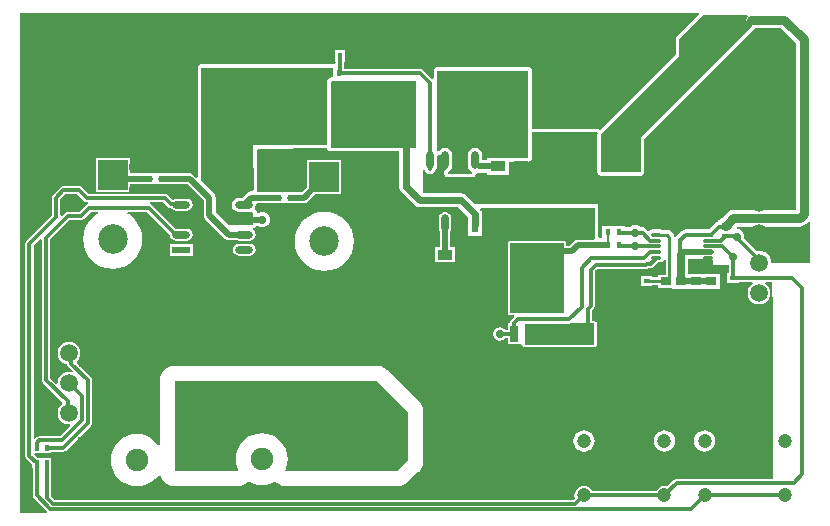
<source format=gbl>
G04*
G04 #@! TF.GenerationSoftware,Altium Limited,Altium Designer,22.4.2 (48)*
G04*
G04 Layer_Physical_Order=2*
G04 Layer_Color=16711680*
%FSLAX25Y25*%
%MOIN*%
G70*
G04*
G04 #@! TF.SameCoordinates,3CF9D964-3833-4CBE-B755-AF4B9B4EF88F*
G04*
G04*
G04 #@! TF.FilePolarity,Positive*
G04*
G01*
G75*
%ADD10C,0.00787*%
%ADD11C,0.01000*%
%ADD29C,0.01968*%
%ADD30C,0.09843*%
%ADD31R,0.09843X0.09843*%
%ADD32C,0.04724*%
%ADD33C,0.07480*%
%ADD34C,0.05906*%
%ADD35R,0.05906X0.05906*%
%ADD36C,0.02362*%
%ADD37R,0.02362X0.05984*%
%ADD38O,0.02362X0.05984*%
%ADD39C,0.02756*%
%ADD40R,0.09000X0.05500*%
%ADD41R,0.03000X0.06500*%
%ADD42R,0.03740X0.01200*%
%ADD43O,0.03740X0.01200*%
%ADD44O,0.05984X0.02362*%
%ADD45R,0.05984X0.02362*%
%ADD46R,0.09449X0.10236*%
%ADD47R,0.10236X0.09449*%
%ADD48R,0.02800X0.05400*%
%ADD49R,0.05512X0.08268*%
%ADD50R,0.02165X0.01772*%
%ADD51R,0.03543X0.02756*%
%ADD52R,0.01772X0.02165*%
%ADD53R,0.05118X0.03347*%
%ADD54R,0.01575X0.01968*%
%ADD55C,0.01181*%
%ADD56C,0.03150*%
%ADD57C,0.02362*%
%ADD58C,0.02756*%
G36*
X227940Y167714D02*
X220487Y160261D01*
X220226Y159870D01*
X220134Y159409D01*
X220134Y159409D01*
Y154247D01*
X195045Y129158D01*
X194531Y129151D01*
X194428Y129220D01*
X194340Y129307D01*
X194235Y129350D01*
X194141Y129413D01*
X194019Y129437D01*
X193904Y129483D01*
X193791Y129482D01*
X193680Y129504D01*
X172193D01*
Y148800D01*
X172101Y149261D01*
X171841Y149652D01*
X171450Y149913D01*
X170989Y150004D01*
X140589D01*
X140128Y149913D01*
X139737Y149652D01*
X139476Y149261D01*
X139385Y148800D01*
Y146298D01*
X138885Y146091D01*
X135882Y149093D01*
X135427Y149398D01*
X134889Y149505D01*
X109537D01*
Y151830D01*
X109806D01*
Y155570D01*
X106459D01*
Y151830D01*
X106727D01*
Y151195D01*
X106254Y150915D01*
X106227Y150917D01*
X105789Y151004D01*
X61889Y151004D01*
X61428Y150913D01*
X61037Y150652D01*
X60776Y150261D01*
X60685Y149800D01*
X60685Y113358D01*
X60223Y113166D01*
X59312Y114077D01*
X58726Y114469D01*
X58034Y114606D01*
X50046D01*
Y114670D01*
X46700D01*
Y114670D01*
X46503D01*
Y114670D01*
X43156D01*
Y114606D01*
X38110D01*
Y119846D01*
X26693D01*
Y108429D01*
X38110D01*
Y110994D01*
X43156D01*
Y110930D01*
X46503D01*
Y110930D01*
X46700D01*
Y110930D01*
X50046D01*
Y110994D01*
X57286D01*
X62676Y105604D01*
Y100706D01*
X62814Y100015D01*
X63205Y99429D01*
X69812Y92823D01*
X70398Y92431D01*
X71089Y92294D01*
X73638D01*
X73710Y92246D01*
X74478Y92093D01*
X78100D01*
X78868Y92246D01*
X79519Y92681D01*
X79954Y93332D01*
X80107Y94100D01*
X79954Y94868D01*
X79519Y95519D01*
X79088Y95807D01*
X79184Y96233D01*
X79231Y96313D01*
X79415Y96350D01*
X79630Y96387D01*
X79645Y96396D01*
X79662Y96399D01*
X79843Y96521D01*
X80028Y96637D01*
X80038Y96651D01*
X80052Y96660D01*
X80174Y96842D01*
X80209Y96892D01*
X80862D01*
X80898Y96865D01*
X81521Y96607D01*
X82189Y96519D01*
X82857Y96607D01*
X83479Y96865D01*
X84014Y97275D01*
X84424Y97809D01*
X84682Y98432D01*
X84770Y99100D01*
X84682Y99768D01*
X84424Y100391D01*
X84014Y100925D01*
X83479Y101335D01*
X82857Y101593D01*
X82189Y101681D01*
X81521Y101593D01*
X81013Y101383D01*
X80856Y101413D01*
X80545Y101564D01*
X80496Y101596D01*
X80492Y101618D01*
X80490Y101759D01*
X80453Y101848D01*
X80437Y101943D01*
X80362Y102062D01*
X80307Y102191D01*
X80238Y102259D01*
X80186Y102341D01*
X80072Y102422D01*
X79971Y102520D01*
X79879Y102581D01*
X79780Y103071D01*
X79954Y103332D01*
X80107Y104100D01*
X80086Y104207D01*
X80403Y104594D01*
X86210D01*
Y104530D01*
X89556D01*
Y104530D01*
X89753D01*
Y104530D01*
X93100D01*
Y104594D01*
X96089D01*
X96780Y104731D01*
X97366Y105123D01*
X99964Y107720D01*
X108622D01*
Y119138D01*
X97205D01*
Y110070D01*
X95341Y108206D01*
X93100D01*
Y108270D01*
X89753D01*
Y108270D01*
X89556D01*
Y108270D01*
X86210D01*
Y108206D01*
X80859D01*
X80771Y108273D01*
X80498Y108706D01*
X80504Y108740D01*
X80548Y108969D01*
X80548Y108972D01*
X80548Y108975D01*
X80420Y122351D01*
X80770Y122707D01*
X103894Y122881D01*
X103934Y122855D01*
X103977Y122639D01*
X104237Y122248D01*
X104628Y121987D01*
X105089Y121896D01*
X127881Y121896D01*
Y110047D01*
X128064Y109125D01*
X128586Y108344D01*
X133029Y103901D01*
X133810Y103378D01*
X134732Y103195D01*
X147488D01*
X150780Y99902D01*
Y97440D01*
X150827Y97207D01*
Y93767D01*
X155551D01*
Y97207D01*
X155597Y97440D01*
Y100900D01*
X155551Y101133D01*
Y102113D01*
X155242D01*
X154969Y102509D01*
X155136Y102996D01*
X193085Y102996D01*
X193085Y93417D01*
X193129Y93195D01*
X193162Y93016D01*
X193148Y92915D01*
X192869Y92516D01*
X187498D01*
X186807Y92378D01*
X186221Y91987D01*
X184715Y90481D01*
X183492D01*
Y91303D01*
X183431Y91610D01*
X183257Y91870D01*
X182996Y92045D01*
X182689Y92106D01*
X165030D01*
X164723Y92045D01*
X164463Y91870D01*
X164463Y91870D01*
X164289Y91610D01*
X164247Y91510D01*
X164186Y91203D01*
Y86387D01*
X164102D01*
Y85678D01*
X164086Y85600D01*
Y68100D01*
X164147Y67793D01*
X164321Y67532D01*
X164582Y67358D01*
X164889Y67297D01*
X166210D01*
X166297Y67175D01*
X166399Y66797D01*
X165296Y65693D01*
X164991Y65238D01*
X164884Y64700D01*
Y64587D01*
X164102D01*
Y62429D01*
X163122D01*
X163018Y62585D01*
X162302Y63063D01*
X161457Y63231D01*
X160612Y63063D01*
X159896Y62585D01*
X159417Y61869D01*
X159249Y61024D01*
X159417Y60179D01*
X159896Y59462D01*
X160612Y58984D01*
X161457Y58816D01*
X162302Y58984D01*
X163018Y59462D01*
X163122Y59619D01*
X164102D01*
Y57613D01*
X168476D01*
Y57613D01*
X168900Y57429D01*
X168947Y57193D01*
X169121Y56932D01*
X169382Y56758D01*
X169689Y56697D01*
X192976Y56697D01*
X193284Y56758D01*
X193544Y56932D01*
X193718Y57193D01*
X193779Y57500D01*
X193779Y64587D01*
X193718Y64895D01*
X193544Y65155D01*
X193284Y65329D01*
X192976Y65390D01*
X192094D01*
Y68634D01*
X192673Y69214D01*
X192978Y69670D01*
X193085Y70207D01*
Y81727D01*
X193923Y82565D01*
X210051D01*
X210589Y82672D01*
X211005Y82950D01*
X211740D01*
X212278Y83057D01*
X212734Y83362D01*
X214230Y84858D01*
X214928D01*
X215469Y84965D01*
X215928Y85272D01*
X216176Y85644D01*
X216589Y85594D01*
X216676Y85561D01*
Y80731D01*
X214299D01*
Y79894D01*
X212328D01*
Y80254D01*
X208588D01*
Y76908D01*
X212328D01*
Y77268D01*
X214299D01*
Y76400D01*
X218736D01*
Y76006D01*
X221521D01*
X221689Y75984D01*
X221857Y76006D01*
X234742D01*
Y81124D01*
X224270D01*
Y86033D01*
X231975D01*
X232002Y86039D01*
X232389Y85721D01*
Y84000D01*
X237784D01*
Y81345D01*
X237319D01*
Y77998D01*
X241059D01*
Y78267D01*
X245549D01*
X245719Y77767D01*
X245130Y77315D01*
X244531Y76534D01*
X244154Y75624D01*
X244025Y74647D01*
X244154Y73671D01*
X244531Y72761D01*
X245130Y71980D01*
X245911Y71380D01*
X246821Y71003D01*
X247798Y70875D01*
X248774Y71003D01*
X249684Y71380D01*
X250465Y71980D01*
X251065Y72761D01*
X251442Y73671D01*
X251570Y74647D01*
X251442Y75624D01*
X251065Y76534D01*
X250465Y77315D01*
X249876Y77767D01*
X250046Y78267D01*
X252263D01*
X252389Y68500D01*
Y12805D01*
X220429D01*
X219892Y12698D01*
X219436Y12393D01*
X217280Y10238D01*
X217097Y10314D01*
X216275Y10422D01*
X215453Y10314D01*
X214686Y9996D01*
X214029Y9492D01*
X213524Y8834D01*
X213448Y8650D01*
X192330D01*
X192254Y8834D01*
X191750Y9492D01*
X191092Y9996D01*
X190325Y10314D01*
X189503Y10422D01*
X188681Y10314D01*
X187915Y9996D01*
X187257Y9492D01*
X186752Y8834D01*
X186435Y8067D01*
X186326Y7245D01*
X186435Y6423D01*
X186511Y6240D01*
X185922Y5651D01*
X13130D01*
X11794Y6987D01*
Y16269D01*
X11964D01*
Y19813D01*
X8814D01*
Y19813D01*
X8664D01*
Y19813D01*
X7304D01*
X6229Y20887D01*
X6436Y21387D01*
X8314D01*
X8664Y21387D01*
Y21387D01*
X8814D01*
Y21387D01*
X11964D01*
Y21754D01*
X15797D01*
X16334Y21861D01*
X16790Y22166D01*
X25090Y30466D01*
X25395Y30921D01*
X25502Y31459D01*
Y45667D01*
X25395Y46205D01*
X25090Y46660D01*
X20340Y51410D01*
X20373Y51909D01*
X20465Y51980D01*
X21065Y52761D01*
X21441Y53671D01*
X21570Y54647D01*
X21441Y55624D01*
X21065Y56533D01*
X20465Y57315D01*
X19684Y57914D01*
X18774Y58291D01*
X17798Y58420D01*
X16821Y58291D01*
X15911Y57914D01*
X15130Y57315D01*
X14531Y56533D01*
X14154Y55624D01*
X14025Y54647D01*
X14154Y53671D01*
X14531Y52761D01*
X15130Y51980D01*
X15911Y51380D01*
X16821Y51003D01*
X17252Y50947D01*
X17319Y50609D01*
X17623Y50154D01*
X19065Y48712D01*
X18782Y48288D01*
X18774Y48291D01*
X17798Y48420D01*
X16821Y48291D01*
X15911Y47914D01*
X15130Y47315D01*
X14531Y46533D01*
X14154Y45624D01*
X14025Y44647D01*
X14034Y44581D01*
X13586Y44360D01*
X11520Y46426D01*
Y92507D01*
X17924Y98912D01*
X21736D01*
X22274Y99019D01*
X22730Y99323D01*
X25073Y101666D01*
X27384D01*
X27505Y101181D01*
X26907Y100861D01*
X25408Y99631D01*
X24178Y98132D01*
X23264Y96423D01*
X22702Y94567D01*
X22511Y92638D01*
X22702Y90708D01*
X23264Y88853D01*
X24178Y87143D01*
X25408Y85644D01*
X26907Y84414D01*
X28617Y83500D01*
X30472Y82938D01*
X32402Y82748D01*
X34331Y82938D01*
X36186Y83500D01*
X37896Y84414D01*
X39395Y85644D01*
X40625Y87143D01*
X41539Y88853D01*
X42102Y90708D01*
X42292Y92638D01*
X42102Y94567D01*
X41539Y96423D01*
X40625Y98132D01*
X39395Y99631D01*
X37896Y100861D01*
X37298Y101181D01*
X37420Y101666D01*
X43925D01*
X51474Y94117D01*
X51471Y94100D01*
X51624Y93332D01*
X52059Y92681D01*
X52710Y92246D01*
X53478Y92093D01*
X57100D01*
X57868Y92246D01*
X58519Y92681D01*
X58954Y93332D01*
X59107Y94100D01*
X58954Y94868D01*
X58519Y95519D01*
X57868Y95954D01*
X57100Y96107D01*
X53478D01*
X53461Y96104D01*
X45500Y104064D01*
X45045Y104369D01*
X44787Y104420D01*
X44836Y104920D01*
X49264D01*
X49485Y104700D01*
X49544Y104610D01*
X50859Y103295D01*
X51315Y102990D01*
X51853Y102884D01*
X51923D01*
X52059Y102681D01*
X52710Y102246D01*
X53478Y102093D01*
X57100D01*
X57868Y102246D01*
X58519Y102681D01*
X58954Y103332D01*
X59107Y104100D01*
X58954Y104868D01*
X58519Y105519D01*
X57868Y105954D01*
X57100Y106107D01*
X53478D01*
X52710Y105954D01*
X52389Y105740D01*
X51591Y106537D01*
X51531Y106627D01*
X50839Y107319D01*
X50384Y107623D01*
X49846Y107730D01*
X24409D01*
X22167Y109971D01*
X21712Y110276D01*
X21174Y110383D01*
X16004D01*
X15466Y110276D01*
X15010Y109971D01*
X12473Y107434D01*
X12169Y106979D01*
X12062Y106441D01*
Y100487D01*
X3652Y92077D01*
X3348Y91621D01*
X3241Y91084D01*
Y20484D01*
X3348Y19947D01*
X3652Y19491D01*
X5514Y17629D01*
Y16269D01*
X5684D01*
Y7200D01*
X5791Y6662D01*
X6095Y6207D01*
X10608Y1695D01*
X10604Y1622D01*
X10447Y1194D01*
X1431D01*
X1431Y168176D01*
X227748D01*
X227940Y167714D01*
D02*
G37*
G36*
X133389Y145400D02*
X133389Y123100D01*
X105089Y123100D01*
X105089Y145046D01*
X105443Y145400D01*
X133389Y145400D01*
D02*
G37*
G36*
X170989Y119708D02*
X164649D01*
Y119708D01*
X164629D01*
Y119708D01*
X157149D01*
Y119061D01*
X155597D01*
Y120751D01*
X155414Y121673D01*
X154892Y122454D01*
X154111Y122976D01*
X153189Y123160D01*
X152267Y122976D01*
X151486Y122454D01*
X150964Y121673D01*
X150780Y120751D01*
Y117129D01*
X150964Y116207D01*
X151486Y115426D01*
X152267Y114904D01*
X152287Y114900D01*
X152238Y114400D01*
X144140D01*
X144091Y114900D01*
X144111Y114904D01*
X144892Y115426D01*
X145414Y116207D01*
X145598Y117129D01*
Y120751D01*
X145414Y121673D01*
X144892Y122454D01*
X144111Y122976D01*
X143189Y123160D01*
X142267Y122976D01*
X141486Y122454D01*
X141089Y121860D01*
X140589Y122012D01*
Y148800D01*
X170989D01*
Y119708D01*
D02*
G37*
G36*
X243917Y167441D02*
X244062Y167064D01*
X244087Y166941D01*
X243753Y166441D01*
X243631Y165827D01*
X243753Y165212D01*
X244101Y164691D01*
X244622Y164343D01*
X245236Y164221D01*
X245339D01*
X245531Y163759D01*
X208346Y126575D01*
X208347Y114995D01*
X195184D01*
Y127593D01*
X221339Y153748D01*
Y159409D01*
X229370Y167441D01*
X243917Y167441D01*
D02*
G37*
G36*
X260055Y158140D02*
Y102386D01*
X239320D01*
X238601Y102291D01*
X237931Y102014D01*
X237355Y101572D01*
X235474Y99691D01*
X235199Y99577D01*
X234627Y99139D01*
X234325D01*
Y98747D01*
X234182Y98560D01*
X234083Y98321D01*
X233717Y98248D01*
X233131Y97857D01*
X231227Y95953D01*
X223438D01*
X222746Y95815D01*
X222160Y95424D01*
X220337Y93600D01*
X220191Y93382D01*
X220109Y93377D01*
X219673Y93506D01*
X219572Y94009D01*
X219201Y94565D01*
X218489Y95277D01*
X217933Y95649D01*
X217277Y95779D01*
X215690D01*
X215623Y95824D01*
X214928Y95962D01*
X212388D01*
X211693Y95824D01*
X211104Y95430D01*
X210984Y95419D01*
X210316Y96087D01*
X209730Y96478D01*
X209039Y96616D01*
X208375D01*
X208361Y96634D01*
X207826Y97045D01*
X207204Y97303D01*
X206535Y97390D01*
X205867Y97303D01*
X205245Y97045D01*
X204710Y96634D01*
X204696Y96616D01*
X203212D01*
Y97158D01*
X195535D01*
Y92949D01*
X195466D01*
Y92917D01*
X194776D01*
X194289Y93417D01*
X194289Y104200D01*
X153295Y104200D01*
X150189Y107307D01*
X149407Y107829D01*
X148485Y108012D01*
X135730D01*
X135689Y108053D01*
X135689Y113196D01*
X135689Y115719D01*
X136189Y115871D01*
X136486Y115426D01*
X136527Y115399D01*
X136912Y114823D01*
X137498Y114431D01*
X138189Y114294D01*
X138880Y114431D01*
X139466Y114823D01*
X139851Y115399D01*
X139892Y115426D01*
X140414Y116207D01*
X140597Y117129D01*
Y120250D01*
X140644Y120327D01*
X140985Y120638D01*
X141097Y120673D01*
X141207Y120662D01*
X141264Y120679D01*
X141324D01*
X141487Y120747D01*
X141657Y120798D01*
X141703Y120836D01*
X141758Y120859D01*
X141883Y120984D01*
X142020Y121096D01*
X142048Y121149D01*
X142090Y121191D01*
X142354Y121586D01*
X142737Y121842D01*
X143189Y121932D01*
X143641Y121842D01*
X144024Y121586D01*
X144280Y121203D01*
X144393Y120633D01*
Y117248D01*
X144280Y116677D01*
X144024Y116294D01*
X143530Y115964D01*
X143523Y115962D01*
X143507Y115949D01*
X143458Y115917D01*
X143421Y115901D01*
X143297Y115776D01*
X143160Y115664D01*
X143131Y115611D01*
X143089Y115569D01*
X143022Y115405D01*
X142938Y115250D01*
X142932Y115190D01*
X142910Y115135D01*
X142910Y114958D01*
X142892Y114782D01*
X142941Y114282D01*
X142993Y114113D01*
X143027Y113939D01*
X143061Y113890D01*
X143078Y113832D01*
X143190Y113696D01*
X143288Y113549D01*
X143338Y113515D01*
X143376Y113469D01*
X143532Y113386D01*
X143679Y113287D01*
X143738Y113276D01*
X143790Y113248D01*
X143966Y113230D01*
X144140Y113196D01*
X152238D01*
X152412Y113230D01*
X152588Y113248D01*
X152640Y113276D01*
X152699Y113287D01*
X152846Y113386D01*
X153002Y113469D01*
X153040Y113515D01*
X153090Y113549D01*
X153188Y113696D01*
X153300Y113832D01*
X153317Y113890D01*
X153351Y113939D01*
X153385Y114113D01*
X153437Y114282D01*
X153447Y114391D01*
X153471Y114433D01*
X153975Y114757D01*
X154535Y114646D01*
X157149D01*
Y113999D01*
X164629D01*
Y118029D01*
X164649Y118504D01*
X170989D01*
X171450Y118595D01*
X171841Y118856D01*
X172101Y119247D01*
X172193Y119708D01*
Y128300D01*
X193680D01*
X194020Y127800D01*
X193979Y127593D01*
X193979Y127593D01*
Y114995D01*
X194071Y114534D01*
X194332Y114143D01*
X194723Y113882D01*
X195184Y113790D01*
X208347D01*
X208807Y113882D01*
X209198Y114143D01*
X209459Y114534D01*
X209551Y114995D01*
X209551Y126076D01*
X246382Y162908D01*
X246476Y163047D01*
X255148D01*
X260055Y158140D01*
D02*
G37*
G36*
X22833Y105332D02*
X23289Y105027D01*
X23827Y104920D01*
X24162D01*
X24211Y104420D01*
X23953Y104369D01*
X23497Y104064D01*
X21154Y101722D01*
X17342D01*
X16805Y101614D01*
X16349Y101310D01*
X15372Y100333D01*
X14872Y100540D01*
Y105859D01*
X16586Y107573D01*
X20592D01*
X22833Y105332D01*
D02*
G37*
G36*
X105789Y149800D02*
X105789Y146951D01*
X105444Y146605D01*
X105443Y146604D01*
X104982Y146513D01*
X104591Y146252D01*
X104237Y145898D01*
X103976Y145507D01*
X103885Y145046D01*
X103885Y145046D01*
X103885Y124086D01*
X79201Y123900D01*
X79344Y108963D01*
X78992Y108608D01*
X78589D01*
X77744Y108440D01*
X77028Y107961D01*
X75575Y106509D01*
X74478D01*
X73556Y106325D01*
X72775Y105803D01*
X72253Y105022D01*
X72070Y104100D01*
X72253Y103178D01*
X72775Y102397D01*
X73556Y101875D01*
X74478Y101691D01*
X78100D01*
X78820Y101835D01*
X79312Y101513D01*
X79201Y97512D01*
X70800D01*
X66690Y101621D01*
Y106352D01*
X66522Y107197D01*
X66044Y107913D01*
X61889Y112068D01*
X61889Y149800D01*
X105789Y149800D01*
D02*
G37*
G36*
X264979Y98451D02*
Y84600D01*
X252009D01*
X251967Y84647D01*
X251825Y85726D01*
X251409Y86732D01*
X250746Y87595D01*
X249882Y88258D01*
X248877Y88675D01*
X247798Y88817D01*
X247176Y88735D01*
X242905Y93006D01*
X242970Y93500D01*
X242882Y94168D01*
X242624Y94791D01*
X242214Y95325D01*
X241680Y95735D01*
X241057Y95993D01*
X240573Y96057D01*
X240361Y96536D01*
X240592Y96827D01*
X261496D01*
X262215Y96921D01*
X262886Y97199D01*
X263462Y97641D01*
X264479Y98658D01*
X264979Y98451D01*
D02*
G37*
G36*
X182689Y78267D02*
Y68100D01*
X164889D01*
Y85600D01*
X164989D01*
Y91203D01*
X165030Y91303D01*
X182689D01*
Y78267D01*
D02*
G37*
G36*
X192976Y57500D02*
X169689Y57500D01*
Y64495D01*
X184589D01*
X185053Y64587D01*
X192976D01*
X192976Y57500D01*
D02*
G37*
G36*
X8710Y92454D02*
Y45844D01*
X8817Y45306D01*
X9121Y44850D01*
X15650Y38322D01*
X15594Y37671D01*
X15130Y37315D01*
X14531Y36533D01*
X14154Y35624D01*
X14025Y34647D01*
X14154Y33671D01*
X14531Y32761D01*
X15130Y31980D01*
X15911Y31380D01*
X16821Y31003D01*
X17798Y30875D01*
X18071Y30911D01*
X18304Y30437D01*
X14795Y26928D01*
X7978D01*
X7440Y26822D01*
X6984Y26517D01*
X6551Y26083D01*
X6051Y26290D01*
Y90502D01*
X8210Y92661D01*
X8710Y92454D01*
D02*
G37*
%LPC*%
G36*
X59069Y91069D02*
X51509D01*
Y87132D01*
X59069D01*
Y91069D01*
D02*
G37*
G36*
X78100Y91107D02*
X74478D01*
X73710Y90954D01*
X73059Y90519D01*
X72624Y89868D01*
X72471Y89100D01*
X72624Y88332D01*
X73059Y87681D01*
X73710Y87246D01*
X74478Y87093D01*
X78100D01*
X78868Y87246D01*
X79519Y87681D01*
X79954Y88332D01*
X80107Y89100D01*
X79954Y89868D01*
X79519Y90519D01*
X78868Y90954D01*
X78100Y91107D01*
D02*
G37*
G36*
X143189Y101758D02*
X142421Y101605D01*
X141770Y101170D01*
X141335Y100519D01*
X141182Y99751D01*
Y96129D01*
X141335Y95361D01*
X141376Y95299D01*
Y89961D01*
X139836D01*
Y85039D01*
X146529D01*
Y89961D01*
X144989D01*
Y95280D01*
X145043Y95361D01*
X145196Y96129D01*
Y99751D01*
X145043Y100519D01*
X144608Y101170D01*
X143957Y101605D01*
X143189Y101758D01*
D02*
G37*
G36*
X102913Y101819D02*
X100984Y101629D01*
X99129Y101066D01*
X97419Y100153D01*
X95920Y98922D01*
X94690Y97424D01*
X93776Y95714D01*
X93213Y93859D01*
X93023Y91929D01*
X93213Y90000D01*
X93776Y88144D01*
X94690Y86435D01*
X95920Y84936D01*
X97419Y83706D01*
X99129Y82792D01*
X100984Y82229D01*
X102913Y82039D01*
X104843Y82229D01*
X106698Y82792D01*
X108408Y83706D01*
X109907Y84936D01*
X111137Y86435D01*
X112051Y88144D01*
X112613Y90000D01*
X112803Y91929D01*
X112613Y93859D01*
X112051Y95714D01*
X111137Y97424D01*
X109907Y98922D01*
X108408Y100153D01*
X106698Y101066D01*
X104843Y101629D01*
X102913Y101819D01*
D02*
G37*
G36*
X120489Y50464D02*
X53089Y50464D01*
X51804Y50295D01*
X50607Y49799D01*
X49579Y49010D01*
X48790Y47982D01*
X48294Y46785D01*
X48125Y45500D01*
X48125Y24109D01*
X47625Y23958D01*
X46643Y25154D01*
X45324Y26237D01*
X43820Y27041D01*
X42187Y27536D01*
X40489Y27703D01*
X38791Y27536D01*
X37158Y27041D01*
X35654Y26237D01*
X34335Y25154D01*
X33252Y23835D01*
X32448Y22331D01*
X31953Y20698D01*
X31786Y19000D01*
X31953Y17302D01*
X32448Y15669D01*
X33252Y14165D01*
X34335Y12846D01*
X35654Y11763D01*
X37158Y10959D01*
X38791Y10464D01*
X40489Y10297D01*
X42187Y10464D01*
X43820Y10959D01*
X45324Y11763D01*
X46643Y12846D01*
X47725Y14165D01*
X47762Y14232D01*
X48278Y14138D01*
X48294Y14017D01*
X48294Y14017D01*
X48294Y14017D01*
X48543Y13417D01*
X48790Y12820D01*
X48790Y12820D01*
X48790Y12820D01*
X49160Y12338D01*
X49579Y11792D01*
X49579Y11792D01*
X49579Y11792D01*
X50125Y11373D01*
X50607Y11003D01*
X50607Y11003D01*
X50607Y11003D01*
X51204Y10756D01*
X51804Y10507D01*
X51804Y10507D01*
X51804Y10507D01*
X52423Y10425D01*
X53088Y10338D01*
X60076Y10337D01*
X60489Y10297D01*
X60901Y10337D01*
X73919Y10336D01*
X74522Y10416D01*
X75125Y10485D01*
X75164Y10500D01*
X75204Y10505D01*
X75765Y10738D01*
X76331Y10961D01*
X76363Y10986D01*
X76401Y11001D01*
X76883Y11371D01*
X77372Y11733D01*
X77397Y11765D01*
X77429Y11790D01*
X77527Y11917D01*
X78758Y11259D01*
X80391Y10764D01*
X82089Y10597D01*
X83787Y10764D01*
X85420Y11259D01*
X86650Y11917D01*
X86748Y11789D01*
X86780Y11764D01*
X86806Y11732D01*
X87294Y11370D01*
X87775Y11000D01*
X87813Y10985D01*
X87846Y10960D01*
X88411Y10737D01*
X88973Y10504D01*
X89013Y10499D01*
X89051Y10484D01*
X89655Y10414D01*
X90257Y10335D01*
X127318Y10333D01*
X127849Y10402D01*
X128383Y10448D01*
X128490Y10487D01*
X128602Y10502D01*
X129098Y10707D01*
X129602Y10889D01*
X129695Y10954D01*
X129799Y10997D01*
X130225Y11324D01*
X130665Y11631D01*
X134236Y14891D01*
X134309Y14978D01*
X134399Y15047D01*
X134725Y15472D01*
X135071Y15882D01*
X135119Y15985D01*
X135188Y16075D01*
X135393Y16570D01*
X135620Y17055D01*
X135640Y17167D01*
X135684Y17272D01*
X135754Y17803D01*
X135848Y18331D01*
X135838Y18444D01*
X135853Y18557D01*
Y35100D01*
X135853Y35100D01*
X135684Y36385D01*
X135188Y37582D01*
X134399Y38610D01*
X134399Y38610D01*
X123999Y49010D01*
X123999Y49010D01*
X122971Y49799D01*
X121774Y50295D01*
X120489Y50464D01*
D02*
G37*
G36*
X216275Y28929D02*
X215350Y28808D01*
X214488Y28451D01*
X213748Y27883D01*
X213180Y27142D01*
X212823Y26281D01*
X212701Y25355D01*
X212823Y24430D01*
X213180Y23569D01*
X213748Y22828D01*
X214488Y22260D01*
X215350Y21903D01*
X216275Y21782D01*
X217200Y21903D01*
X218062Y22260D01*
X218802Y22828D01*
X219370Y23569D01*
X219727Y24430D01*
X219849Y25355D01*
X219727Y26281D01*
X219370Y27142D01*
X218802Y27883D01*
X218062Y28451D01*
X217200Y28808D01*
X216275Y28929D01*
D02*
G37*
G36*
X189503D02*
X188578Y28808D01*
X187716Y28451D01*
X186976Y27883D01*
X186408Y27142D01*
X186051Y26281D01*
X185929Y25355D01*
X186051Y24430D01*
X186408Y23569D01*
X186976Y22828D01*
X187716Y22260D01*
X188578Y21903D01*
X189503Y21782D01*
X190428Y21903D01*
X191290Y22260D01*
X192030Y22828D01*
X192598Y23569D01*
X192955Y24430D01*
X193077Y25355D01*
X192955Y26281D01*
X192598Y27142D01*
X192030Y27883D01*
X191290Y28451D01*
X190428Y28808D01*
X189503Y28929D01*
D02*
G37*
G36*
X229703Y28929D02*
X228778Y28807D01*
X227916Y28450D01*
X227176Y27882D01*
X226608Y27142D01*
X226251Y26280D01*
X226129Y25355D01*
X226251Y24430D01*
X226608Y23568D01*
X227176Y22828D01*
X227916Y22260D01*
X228778Y21903D01*
X229703Y21781D01*
X230628Y21903D01*
X231490Y22260D01*
X232230Y22828D01*
X232798Y23568D01*
X233155Y24430D01*
X233277Y25355D01*
X233155Y26280D01*
X232798Y27142D01*
X232230Y27882D01*
X231490Y28450D01*
X230628Y28807D01*
X229703Y28929D01*
D02*
G37*
%LPD*%
G36*
X130889Y35100D02*
Y18557D01*
X127318Y15296D01*
X90258Y15299D01*
X90001Y15728D01*
X90130Y15969D01*
X90625Y17602D01*
X90792Y19300D01*
X90625Y20998D01*
X90130Y22631D01*
X89325Y24135D01*
X88243Y25454D01*
X86924Y26537D01*
X85420Y27341D01*
X83787Y27836D01*
X82089Y28003D01*
X80391Y27836D01*
X78758Y27341D01*
X77254Y26537D01*
X75935Y25454D01*
X74852Y24135D01*
X74048Y22631D01*
X73553Y20998D01*
X73386Y19300D01*
X73553Y17602D01*
X74048Y15969D01*
X74177Y15729D01*
X73920Y15300D01*
X53089Y15302D01*
X53089Y45500D01*
X120489Y45500D01*
X130889Y35100D01*
D02*
G37*
D10*
X221614Y87575D02*
X221689Y87500D01*
X197262Y90709D02*
X197602Y91049D01*
Y94894D01*
D11*
X217277Y94065D02*
X217989Y93353D01*
Y79697D02*
Y93353D01*
X216858Y78565D02*
X217989Y79697D01*
X17798Y94647D02*
X20036D01*
X153189Y118200D02*
X154535Y116853D01*
X213739Y94065D02*
X217277D01*
X216842Y78581D02*
X216858Y78565D01*
X210458Y78581D02*
X216842D01*
X213658Y94146D02*
X213739Y94065D01*
D29*
X230705Y88241D02*
X231975D01*
X222430D02*
X230705D01*
X58034Y112800D02*
X64483Y106352D01*
X48373Y112800D02*
X58034D01*
X31089D02*
X44829D01*
X221689Y87500D02*
X222430Y88241D01*
X187498Y90709D02*
X197262D01*
X76289Y99100D02*
X82189D01*
X185464Y88675D02*
X187498Y90709D01*
X178789Y88675D02*
X185464D01*
X226689Y78565D02*
X231789D01*
X221689D02*
X226689D01*
X154535Y116853D02*
X160889D01*
X143183Y87500D02*
Y98594D01*
X96089Y106400D02*
X101589Y111900D01*
X91427Y106400D02*
X96089D01*
X76289Y104100D02*
X78589Y106400D01*
X87883D01*
X30589Y114009D02*
X31089Y113509D01*
X64483Y100706D02*
Y106352D01*
Y100706D02*
X71089Y94100D01*
X76289D01*
D30*
X32402Y92638D02*
D03*
Y71138D02*
D03*
X102913Y91929D02*
D03*
Y70429D02*
D03*
D31*
X32402Y114138D02*
D03*
X102913Y113429D02*
D03*
D32*
X216275Y7245D02*
D03*
Y25355D02*
D03*
X189503D02*
D03*
Y7245D02*
D03*
X256475Y7245D02*
D03*
Y25355D02*
D03*
X229703D02*
D03*
Y7245D02*
D03*
D33*
X145889Y19300D02*
D03*
X125889D02*
D03*
X60489Y19000D02*
D03*
X40489D02*
D03*
X102089Y19300D02*
D03*
X82089D02*
D03*
D34*
X247798Y34647D02*
D03*
Y44647D02*
D03*
Y54647D02*
D03*
Y64647D02*
D03*
Y74647D02*
D03*
Y84647D02*
D03*
Y94647D02*
D03*
Y104647D02*
D03*
Y114647D02*
D03*
Y124647D02*
D03*
Y134647D02*
D03*
X17798Y34647D02*
D03*
Y44647D02*
D03*
Y54647D02*
D03*
Y64647D02*
D03*
Y74647D02*
D03*
Y84647D02*
D03*
Y94647D02*
D03*
Y104647D02*
D03*
Y114647D02*
D03*
Y124647D02*
D03*
Y134647D02*
D03*
D35*
X247798Y144647D02*
D03*
X17798D02*
D03*
D36*
X176289Y88675D02*
D03*
X173789D02*
D03*
X171189D02*
D03*
X168789D02*
D03*
X162743Y81411D02*
D03*
X160774Y85348D02*
D03*
X194320Y81330D02*
D03*
X12674Y85348D02*
D03*
X7556Y45978D02*
D03*
Y69600D02*
D03*
Y78647D02*
D03*
Y57789D02*
D03*
Y53852D02*
D03*
Y49915D02*
D03*
X12674Y80216D02*
D03*
X23890Y109881D02*
D03*
X24568Y109203D02*
D03*
X38727Y108970D02*
D03*
X42664D02*
D03*
X46601D02*
D03*
X54475D02*
D03*
X50538D02*
D03*
X3230Y93287D02*
D03*
X10908Y101096D02*
D03*
Y101096D02*
D03*
Y105033D02*
D03*
X13741Y110334D02*
D03*
X17074Y89285D02*
D03*
X26842Y77043D02*
D03*
X22979Y81965D02*
D03*
X13137Y89285D02*
D03*
X9200Y42041D02*
D03*
X13980Y73537D02*
D03*
Y65663D02*
D03*
Y49915D02*
D03*
X15105Y69600D02*
D03*
X30853Y77047D02*
D03*
X22712Y70025D02*
D03*
X23937Y73537D02*
D03*
X19042Y69600D02*
D03*
X7231Y53852D02*
D03*
X23521Y61184D02*
D03*
X21780Y25523D02*
D03*
X19042Y22356D02*
D03*
X15105Y30230D02*
D03*
X11420D02*
D03*
X15105Y20600D02*
D03*
X22239Y51144D02*
D03*
X198176Y81411D02*
D03*
X208018Y61726D02*
D03*
X188333Y140466D02*
D03*
Y101096D02*
D03*
X158806Y81411D02*
D03*
Y42041D02*
D03*
X148963Y61726D02*
D03*
X139120Y42041D02*
D03*
X129278Y101096D02*
D03*
X119436Y81411D02*
D03*
X99750Y120781D02*
D03*
X50538Y140466D02*
D03*
X40695Y120781D02*
D03*
X30853Y140466D02*
D03*
X21010Y120781D02*
D03*
X11168Y140466D02*
D03*
X152900Y164088D02*
D03*
X103688Y120781D02*
D03*
X9200Y136529D02*
D03*
X11168Y140466D02*
D03*
X129278Y69600D02*
D03*
X188333Y132592D02*
D03*
X38727Y164088D02*
D03*
X15105Y14482D02*
D03*
X44633Y160152D02*
D03*
X66286Y6608D02*
D03*
Y93222D02*
D03*
X78097Y6608D02*
D03*
X89908D02*
D03*
X152900Y85348D02*
D03*
X143058Y42041D02*
D03*
X19042Y164088D02*
D03*
X158806Y160152D02*
D03*
X176523Y132592D02*
D03*
X229672Y57789D02*
D03*
X145026Y69600D02*
D03*
X135184Y97159D02*
D03*
X204082Y69600D02*
D03*
X237546Y18419D02*
D03*
X52507Y152278D02*
D03*
X137152Y156214D02*
D03*
X141089Y61726D02*
D03*
X143058Y73537D02*
D03*
X150932Y34167D02*
D03*
X24948Y160152D02*
D03*
X170617Y42041D02*
D03*
X141089Y38104D02*
D03*
X174554Y144404D02*
D03*
X188333Y156214D02*
D03*
X198176Y73537D02*
D03*
X115499Y89285D02*
D03*
X139121Y42041D02*
D03*
X143058Y57789D02*
D03*
X180459Y132592D02*
D03*
X143058Y49915D02*
D03*
X115499Y112907D02*
D03*
X19042Y6608D02*
D03*
X89908Y164088D02*
D03*
X154869Y89285D02*
D03*
X213924Y18419D02*
D03*
X62349Y164088D02*
D03*
X13137Y10545D02*
D03*
X56444Y136529D02*
D03*
X97782Y164088D02*
D03*
X162743Y34167D02*
D03*
X194239Y136529D02*
D03*
X174554D02*
D03*
X3294Y14482D02*
D03*
Y156214D02*
D03*
Y132592D02*
D03*
X137152Y30230D02*
D03*
X211956Y148340D02*
D03*
X70223Y156214D02*
D03*
X74160Y6608D02*
D03*
X26916Y140466D02*
D03*
X184397Y132592D02*
D03*
X9200Y128655D02*
D03*
X172585Y45978D02*
D03*
X64318Y160152D02*
D03*
X200145Y14482D02*
D03*
X58412Y6608D02*
D03*
X209987Y65663D02*
D03*
X5263Y105033D02*
D03*
X62349Y6608D02*
D03*
X121404Y69600D02*
D03*
X113530Y116844D02*
D03*
X141089Y22356D02*
D03*
X11168Y164088D02*
D03*
X21011Y128655D02*
D03*
X103688Y105033D02*
D03*
X178491Y160152D02*
D03*
X66286Y164088D02*
D03*
X99751Y152278D02*
D03*
X24948Y120781D02*
D03*
X156837Y53852D02*
D03*
X176523Y156214D02*
D03*
X28885Y128655D02*
D03*
X117467Y69600D02*
D03*
X208019Y156214D02*
D03*
X194239Y160152D02*
D03*
X148963Y38104D02*
D03*
X26916Y6608D02*
D03*
X148963Y45978D02*
D03*
X28885Y152278D02*
D03*
X204082Y77474D02*
D03*
X209987Y57789D02*
D03*
X188333Y164088D02*
D03*
X211956Y61726D02*
D03*
X95814Y152278D02*
D03*
X208019Y148340D02*
D03*
X198176Y160152D02*
D03*
X150932Y152278D02*
D03*
X135184Y73537D02*
D03*
X42664Y164088D02*
D03*
X160774Y77474D02*
D03*
X164711Y38104D02*
D03*
X143058Y26293D02*
D03*
X158806Y34167D02*
D03*
X204082Y14482D02*
D03*
X111562Y73537D02*
D03*
X21011Y152278D02*
D03*
X91877D02*
D03*
X146995Y65663D02*
D03*
X80066Y160152D02*
D03*
X182428D02*
D03*
X196207Y132592D02*
D03*
X217861Y57789D02*
D03*
X174554Y160152D02*
D03*
X5263Y120781D02*
D03*
X146995Y42041D02*
D03*
X152900Y53852D02*
D03*
X54475Y6608D02*
D03*
X178491Y49915D02*
D03*
X7231Y45978D02*
D03*
X34790Y148340D02*
D03*
X95814Y120781D02*
D03*
X247389Y69600D02*
D03*
X5263Y152278D02*
D03*
X168649Y45978D02*
D03*
X243452Y38104D02*
D03*
X42664Y116844D02*
D03*
X154869Y160152D02*
D03*
X115499Y81411D02*
D03*
X225735Y18419D02*
D03*
X22979Y164088D02*
D03*
X109593D02*
D03*
X182428Y136529D02*
D03*
X22979Y140466D02*
D03*
X215893Y164088D02*
D03*
X34790D02*
D03*
Y140466D02*
D03*
X36759Y120781D02*
D03*
X141089Y45978D02*
D03*
X172585Y164088D02*
D03*
X186365Y10545D02*
D03*
X198176Y57789D02*
D03*
X139121Y26293D02*
D03*
X56444Y144404D02*
D03*
X168649Y164088D02*
D03*
X30853Y132592D02*
D03*
X200145Y156214D02*
D03*
X7231Y140466D02*
D03*
X162743Y160152D02*
D03*
X64318Y81411D02*
D03*
X3294Y108970D02*
D03*
X58412Y156214D02*
D03*
X125341Y101096D02*
D03*
X48570Y152278D02*
D03*
X176523Y53852D02*
D03*
X36759Y152278D02*
D03*
X50538Y140466D02*
D03*
X3294Y148340D02*
D03*
X42664Y132592D02*
D03*
X5263Y112907D02*
D03*
X107625Y160152D02*
D03*
X38727Y6608D02*
D03*
X156837Y85348D02*
D03*
X192271Y132592D02*
D03*
X198176Y65663D02*
D03*
X225735Y57789D02*
D03*
X24948Y136529D02*
D03*
X229672Y18419D02*
D03*
X66286Y77474D02*
D03*
X145026Y61726D02*
D03*
X150932Y42041D02*
D03*
X152900Y69600D02*
D03*
X44633Y152278D02*
D03*
X186365Y136529D02*
D03*
X109593Y77474D02*
D03*
X30853Y164088D02*
D03*
X213924Y57789D02*
D03*
Y160152D02*
D03*
X202113Y81411D02*
D03*
X146995Y152278D02*
D03*
X164711Y164088D02*
D03*
X11168Y148340D02*
D03*
X105656Y6608D02*
D03*
X70223D02*
D03*
X38727Y148340D02*
D03*
X133215Y77474D02*
D03*
X50538Y124718D02*
D03*
X196207Y77474D02*
D03*
X40696Y160152D02*
D03*
X105656Y164088D02*
D03*
X84003Y120781D02*
D03*
X154869Y81411D02*
D03*
X7231Y164088D02*
D03*
X190302Y136529D02*
D03*
X115499Y73537D02*
D03*
X58412Y148340D02*
D03*
X46601Y124718D02*
D03*
X66286Y85348D02*
D03*
X215893Y14482D02*
D03*
Y156214D02*
D03*
X99751Y120781D02*
D03*
X143058Y152278D02*
D03*
X40696Y128655D02*
D03*
X121404Y101096D02*
D03*
X145026Y45978D02*
D03*
X146995Y57789D02*
D03*
X78097Y164088D02*
D03*
X40696Y152278D02*
D03*
X60381Y97159D02*
D03*
X44633Y120781D02*
D03*
X180459Y164088D02*
D03*
X11168Y124718D02*
D03*
X7231Y148340D02*
D03*
X156837Y30230D02*
D03*
X180459Y156214D02*
D03*
X166680Y49915D02*
D03*
X42664Y124718D02*
D03*
X129278Y164088D02*
D03*
X32822Y120781D02*
D03*
X148963Y164088D02*
D03*
X131247Y81411D02*
D03*
X135184D02*
D03*
X156837Y38104D02*
D03*
X209987Y10545D02*
D03*
X54475Y140466D02*
D03*
X97782Y6608D02*
D03*
X146995Y34167D02*
D03*
X93845Y116844D02*
D03*
X91877Y160152D02*
D03*
X170617D02*
D03*
X235578Y14482D02*
D03*
X38727Y132592D02*
D03*
X172585Y156214D02*
D03*
X30853D02*
D03*
X119436Y73537D02*
D03*
X133215Y93222D02*
D03*
X170617Y49915D02*
D03*
X206050Y10545D02*
D03*
X46601Y132592D02*
D03*
X158806Y42041D02*
D03*
X9200Y160152D02*
D03*
X200145Y77474D02*
D03*
X13137Y152278D02*
D03*
X34790Y6608D02*
D03*
X135184Y160152D02*
D03*
X198176Y18419D02*
D03*
X127310Y73537D02*
D03*
X160774Y38104D02*
D03*
X36759Y128655D02*
D03*
X85971Y116844D02*
D03*
X129278Y77474D02*
D03*
X158806Y89285D02*
D03*
X196207Y156214D02*
D03*
X119436Y81411D02*
D03*
X186365Y160152D02*
D03*
X190302Y152278D02*
D03*
X154869Y65663D02*
D03*
X127310Y81411D02*
D03*
X54475Y132592D02*
D03*
X164711Y156214D02*
D03*
X156837Y45978D02*
D03*
X46601Y164088D02*
D03*
X137152Y45978D02*
D03*
X209987Y18419D02*
D03*
X50538Y156214D02*
D03*
X13137Y128655D02*
D03*
X17074Y10545D02*
D03*
X196207Y14482D02*
D03*
X22979Y6608D02*
D03*
X32822Y144404D02*
D03*
X141089Y69600D02*
D03*
X139121Y73537D02*
D03*
X24948Y65663D02*
D03*
X113530Y101096D02*
D03*
X125341Y69600D02*
D03*
X148963Y30230D02*
D03*
X162743Y73537D02*
D03*
X117467Y101096D02*
D03*
X121404Y77474D02*
D03*
X145026Y164088D02*
D03*
X156837Y77474D02*
D03*
X160774Y156214D02*
D03*
X54475Y116844D02*
D03*
X5263Y2671D02*
D03*
X34790Y124718D02*
D03*
X32822Y136529D02*
D03*
X123373Y81411D02*
D03*
X137152Y93222D02*
D03*
X190302Y18419D02*
D03*
X19042Y14482D02*
D03*
X168649Y53852D02*
D03*
X160774D02*
D03*
X11168Y108970D02*
D03*
X154869Y152278D02*
D03*
X54475Y148340D02*
D03*
X190302Y97159D02*
D03*
X26916Y148340D02*
D03*
X9200Y112907D02*
D03*
X70223Y164088D02*
D03*
X113530Y69600D02*
D03*
X152900Y77474D02*
D03*
X192271Y148340D02*
D03*
X24948Y112907D02*
D03*
X97782Y156214D02*
D03*
X200145Y69600D02*
D03*
X247389Y14482D02*
D03*
X87940Y152278D02*
D03*
X166680D02*
D03*
X148963Y77474D02*
D03*
X204082Y156214D02*
D03*
X93845D02*
D03*
X172585Y53852D02*
D03*
X46601Y156214D02*
D03*
X93845Y6608D02*
D03*
X202113Y73537D02*
D03*
X209987Y152278D02*
D03*
X58412Y116844D02*
D03*
X249357Y49915D02*
D03*
X17074Y152278D02*
D03*
X82034Y6608D02*
D03*
X9200Y105033D02*
D03*
X22979Y156214D02*
D03*
X217861Y18419D02*
D03*
X5263Y160152D02*
D03*
X9200Y120781D02*
D03*
X141089Y164088D02*
D03*
X145026Y38104D02*
D03*
X56444Y120781D02*
D03*
X141089Y156214D02*
D03*
X22979Y124718D02*
D03*
X162743Y65663D02*
D03*
X32822Y152278D02*
D03*
X99751Y105033D02*
D03*
X141089Y53852D02*
D03*
X139121Y65663D02*
D03*
X180459Y101096D02*
D03*
X129278D02*
D03*
X148963Y85348D02*
D03*
X206050Y65663D02*
D03*
X17074Y160152D02*
D03*
X60381D02*
D03*
X154869Y42041D02*
D03*
X7231Y132592D02*
D03*
X87940Y120781D02*
D03*
X111562Y81411D02*
D03*
X13137Y112907D02*
D03*
X243452Y69600D02*
D03*
X133215D02*
D03*
X42664Y6608D02*
D03*
X123373Y73537D02*
D03*
X103688Y160152D02*
D03*
X30853Y140466D02*
D03*
X46601Y6608D02*
D03*
X117467Y77474D02*
D03*
X50538Y148340D02*
D03*
X137152Y38104D02*
D03*
X139121Y152278D02*
D03*
Y160152D02*
D03*
X162743Y152278D02*
D03*
X36759Y160152D02*
D03*
X206050Y73537D02*
D03*
X85971Y156214D02*
D03*
X206050Y81411D02*
D03*
X211956Y156214D02*
D03*
X109593Y116844D02*
D03*
X34790Y132592D02*
D03*
X164711Y53852D02*
D03*
X221798Y18419D02*
D03*
X194239D02*
D03*
X52507Y136529D02*
D03*
X117467Y6608D02*
D03*
X152900Y30230D02*
D03*
X245420Y49915D02*
D03*
X192271Y164088D02*
D03*
X64318Y89285D02*
D03*
X38727Y124718D02*
D03*
X46601Y116844D02*
D03*
X68255Y152278D02*
D03*
X84003Y160152D02*
D03*
X54475Y164088D02*
D03*
X133215D02*
D03*
X28885Y144404D02*
D03*
X52507D02*
D03*
X74160Y164088D02*
D03*
X137152Y69600D02*
D03*
X150932Y49915D02*
D03*
X66286Y69600D02*
D03*
X196207D02*
D03*
X204082Y164088D02*
D03*
X84003Y152278D02*
D03*
X21011Y160152D02*
D03*
X26916Y164088D02*
D03*
X58412Y140466D02*
D03*
X26916Y156214D02*
D03*
X101719Y6608D02*
D03*
X166680Y42041D02*
D03*
X62349Y93222D02*
D03*
X158806Y73537D02*
D03*
X174554Y49915D02*
D03*
X206050Y18419D02*
D03*
X30853Y148340D02*
D03*
X219830Y14482D02*
D03*
X239515D02*
D03*
X7231Y61726D02*
D03*
X176523Y101096D02*
D03*
X48570Y120781D02*
D03*
X50538Y132592D02*
D03*
X137152Y85348D02*
D03*
X146995Y26293D02*
D03*
X178491Y136529D02*
D03*
X237546Y57789D02*
D03*
X13137Y144404D02*
D03*
X50538Y164088D02*
D03*
X5263Y136529D02*
D03*
X192271Y14482D02*
D03*
X24948Y152278D02*
D03*
X243452Y61726D02*
D03*
X24948Y128655D02*
D03*
X208019Y69600D02*
D03*
X156837Y156214D02*
D03*
X76129Y152278D02*
D03*
X188333Y14482D02*
D03*
X202113Y10545D02*
D03*
X87940Y112907D02*
D03*
X154869Y26293D02*
D03*
X184397Y6608D02*
D03*
X148963Y53852D02*
D03*
X5263Y97159D02*
D03*
X13137Y136529D02*
D03*
X56444Y152278D02*
D03*
X111562Y112907D02*
D03*
X150932Y81411D02*
D03*
X211956Y164088D02*
D03*
X146995Y73537D02*
D03*
X148963Y93222D02*
D03*
X139121Y57789D02*
D03*
X158806Y65663D02*
D03*
X5263Y144404D02*
D03*
X3294Y6608D02*
D03*
X28885Y160152D02*
D03*
X87940D02*
D03*
X137152Y61726D02*
D03*
X145026Y30230D02*
D03*
X182428Y10545D02*
D03*
X164711Y45978D02*
D03*
X160774Y164088D02*
D03*
X196207D02*
D03*
X198176Y10545D02*
D03*
X3294Y124718D02*
D03*
X194239Y152278D02*
D03*
X11168Y116844D02*
D03*
X245420Y18419D02*
D03*
X50538Y6608D02*
D03*
X72192Y160152D02*
D03*
X139121Y34167D02*
D03*
X180459Y53852D02*
D03*
X113530Y6608D02*
D03*
X42664Y156214D02*
D03*
X113530D02*
D03*
X137152Y77474D02*
D03*
X19042Y156214D02*
D03*
X52507Y160152D02*
D03*
X184397Y164088D02*
D03*
X170617Y152278D02*
D03*
X152900Y38104D02*
D03*
X141089Y30230D02*
D03*
X21011Y18419D02*
D03*
X62349Y156214D02*
D03*
X150932Y160152D02*
D03*
X56444Y128655D02*
D03*
X101719Y164088D02*
D03*
X211956Y14482D02*
D03*
X58412Y164088D02*
D03*
X72192Y152278D02*
D03*
X125341Y77474D02*
D03*
X137152Y53852D02*
D03*
X85971Y6608D02*
D03*
X22979Y148340D02*
D03*
X145026Y156214D02*
D03*
X150932Y26293D02*
D03*
X160774Y45978D02*
D03*
X186365Y18419D02*
D03*
X135184Y89285D02*
D03*
X249357Y18419D02*
D03*
X113530Y164088D02*
D03*
X131247Y89285D02*
D03*
X3294Y164088D02*
D03*
X56444Y160152D02*
D03*
X150932Y73537D02*
D03*
X152900Y156214D02*
D03*
X7231Y101096D02*
D03*
X176523Y164088D02*
D03*
X109593Y6608D02*
D03*
X5263Y128655D02*
D03*
X219830Y164088D02*
D03*
X7231Y156214D02*
D03*
X13137Y120781D02*
D03*
X21011Y10545D02*
D03*
X111562Y105033D02*
D03*
X105656Y77474D02*
D03*
X28885Y136529D02*
D03*
X32822Y128655D02*
D03*
X133215Y85348D02*
D03*
X194239Y10545D02*
D03*
X198176Y136529D02*
D03*
X143058Y65663D02*
D03*
X202113Y18419D02*
D03*
X21011Y120781D02*
D03*
X28885D02*
D03*
X192271Y140466D02*
D03*
X113530Y77474D02*
D03*
X148963Y156214D02*
D03*
X44633Y128655D02*
D03*
X38727Y156214D02*
D03*
X129278Y85348D02*
D03*
X160774Y69600D02*
D03*
X180459Y6608D02*
D03*
X154869Y34167D02*
D03*
X182428Y97159D02*
D03*
X13137Y160152D02*
D03*
X48570D02*
D03*
X113530Y85348D02*
D03*
X158806Y49915D02*
D03*
X200145Y164088D02*
D03*
X194239Y73537D02*
D03*
X22979Y132592D02*
D03*
X101719Y156214D02*
D03*
X162743Y42041D02*
D03*
X60381Y105033D02*
D03*
X32822Y160152D02*
D03*
X76129D02*
D03*
X168649Y156214D02*
D03*
X188333Y101096D02*
D03*
X148963Y69600D02*
D03*
X52507Y128655D02*
D03*
X91877Y112907D02*
D03*
X154869Y49915D02*
D03*
X111562Y152278D02*
D03*
X208019Y61726D02*
D03*
X213924Y152278D02*
D03*
X15105Y6608D02*
D03*
X133215Y101096D02*
D03*
X7231Y108970D02*
D03*
X148963Y61726D02*
D03*
X34790Y156214D02*
D03*
X231641Y14482D02*
D03*
X233609Y18419D02*
D03*
X95814Y160152D02*
D03*
X26916Y124718D02*
D03*
X54475Y156214D02*
D03*
X22979Y116844D02*
D03*
X9200Y152278D02*
D03*
X91877Y120781D02*
D03*
X113530Y108970D02*
D03*
X158806Y81411D02*
D03*
X202113Y160152D02*
D03*
X227704Y14482D02*
D03*
X7231Y124718D02*
D03*
X89908Y116844D02*
D03*
X82034Y156214D02*
D03*
X93845Y164088D02*
D03*
X109593Y108970D02*
D03*
X166680Y160152D02*
D03*
X209987D02*
D03*
X221798Y57789D02*
D03*
X241483Y18419D02*
D03*
X60381Y152278D02*
D03*
X99751Y160152D02*
D03*
X111562D02*
D03*
X162743Y49915D02*
D03*
X137152Y164088D02*
D03*
X139121Y49915D02*
D03*
X3294Y101096D02*
D03*
X30853Y124718D02*
D03*
X184397Y156214D02*
D03*
X3294Y140466D02*
D03*
X64318Y73537D02*
D03*
X143058Y160152D02*
D03*
X146995D02*
D03*
X186365Y97159D02*
D03*
X9200Y144404D02*
D03*
X24948D02*
D03*
X38727Y116844D02*
D03*
X158806Y152278D02*
D03*
X17074Y18419D02*
D03*
X30853Y6608D02*
D03*
X26916Y132592D02*
D03*
X54475Y124718D02*
D03*
X150932Y89285D02*
D03*
X190302Y144404D02*
D03*
X206050Y57789D02*
D03*
X184397Y101096D02*
D03*
X121404Y164088D02*
D03*
X176523Y6608D02*
D03*
X40696Y120781D02*
D03*
X125341Y164088D02*
D03*
X89908Y156214D02*
D03*
X145026Y53852D02*
D03*
X7231Y116844D02*
D03*
X95814Y112907D02*
D03*
X217861Y160152D02*
D03*
X243452Y30230D02*
D03*
X15105Y156214D02*
D03*
X78097D02*
D03*
X52507Y120781D02*
D03*
X82034Y116844D02*
D03*
X143058Y34167D02*
D03*
X206050Y160152D02*
D03*
X64318Y152278D02*
D03*
X233609Y57789D02*
D03*
X84003Y112907D02*
D03*
X196207Y61726D02*
D03*
X115499Y97159D02*
D03*
X146995Y49915D02*
D03*
X42664Y148340D02*
D03*
X178491Y10545D02*
D03*
X11168Y132592D02*
D03*
X174554Y152278D02*
D03*
X58412Y132592D02*
D03*
X11168Y156214D02*
D03*
X208019Y14482D02*
D03*
X150932Y65663D02*
D03*
X115499Y105033D02*
D03*
X66286Y156214D02*
D03*
X135184Y152278D02*
D03*
X156837Y69600D02*
D03*
X85971Y164088D02*
D03*
X80066Y152278D02*
D03*
X109593Y69600D02*
D03*
X46601Y148340D02*
D03*
X154869Y73537D02*
D03*
X184397Y93222D02*
D03*
X190302Y160152D02*
D03*
X28885Y65663D02*
D03*
X50538Y116844D02*
D03*
X74160Y156214D02*
D03*
X156837Y164088D02*
D03*
X184397Y14482D02*
D03*
X192271Y156214D02*
D03*
X243452Y14482D02*
D03*
X241483Y57789D02*
D03*
X15105Y164088D02*
D03*
X107625Y105033D02*
D03*
X152900Y45978D02*
D03*
X82034Y164088D02*
D03*
X58412Y124718D02*
D03*
X223767Y14482D02*
D03*
X131247Y73537D02*
D03*
X117467Y164088D02*
D03*
X188333Y140466D02*
D03*
X194239Y144404D02*
D03*
X3294Y116844D02*
D03*
X198176Y81411D02*
D03*
X68255Y160152D02*
D03*
X208019Y164088D02*
D03*
X48570Y128655D02*
D03*
X229803Y165157D02*
D03*
X228268Y163622D02*
D03*
X226732Y162087D02*
D03*
X225197Y160551D02*
D03*
X223701Y158976D02*
D03*
X178789Y88675D02*
D03*
X166289D02*
D03*
D37*
X153189Y97940D02*
D03*
D38*
X148189D02*
D03*
X143189D02*
D03*
X138189D02*
D03*
X153189Y118940D02*
D03*
X148189D02*
D03*
X143189D02*
D03*
X138189D02*
D03*
D39*
X239189Y86532D02*
D03*
X206496Y90500D02*
D03*
X206535Y94809D02*
D03*
X161457Y61024D02*
D03*
X240389Y93500D02*
D03*
X82189Y99100D02*
D03*
D40*
X151089Y139200D02*
D03*
X127089D02*
D03*
D41*
X201689Y61100D02*
D03*
X190689D02*
D03*
D42*
X230705Y94146D02*
D03*
D43*
Y92178D02*
D03*
Y90209D02*
D03*
Y88241D02*
D03*
Y86272D02*
D03*
X213658Y94146D02*
D03*
Y92178D02*
D03*
Y90209D02*
D03*
Y88241D02*
D03*
Y86272D02*
D03*
D44*
X76289Y104100D02*
D03*
Y99100D02*
D03*
Y94100D02*
D03*
Y89100D02*
D03*
X55289Y104100D02*
D03*
Y99100D02*
D03*
Y94100D02*
D03*
D45*
Y89100D02*
D03*
D46*
X201089Y121294D02*
D03*
Y146491D02*
D03*
X182017D02*
D03*
Y121294D02*
D03*
D47*
X68095Y140528D02*
D03*
X42898D02*
D03*
D48*
X181289Y82900D02*
D03*
X176289D02*
D03*
X171289D02*
D03*
X166289D02*
D03*
Y61100D02*
D03*
X171289D02*
D03*
X176289D02*
D03*
X181289D02*
D03*
D49*
X97321Y131100D02*
D03*
X113857D02*
D03*
D50*
X239189Y76128D02*
D03*
Y79672D02*
D03*
X236589Y93528D02*
D03*
Y97072D02*
D03*
X210458Y75038D02*
D03*
Y78581D02*
D03*
D51*
X221689Y73053D02*
D03*
Y78565D02*
D03*
X226689Y73053D02*
D03*
Y78565D02*
D03*
X231789Y73053D02*
D03*
Y78565D02*
D03*
X216858D02*
D03*
Y73053D02*
D03*
D52*
X44829Y112800D02*
D03*
X48373D02*
D03*
X91427Y106400D02*
D03*
X87883D02*
D03*
X197533Y90685D02*
D03*
X201076D02*
D03*
X197602Y94894D02*
D03*
X201145D02*
D03*
X107861Y148100D02*
D03*
X104317D02*
D03*
X108132Y153700D02*
D03*
X104589D02*
D03*
D53*
X168389Y123547D02*
D03*
Y116853D02*
D03*
X160889Y123547D02*
D03*
Y116853D02*
D03*
X143183Y87500D02*
D03*
Y80807D02*
D03*
D54*
X7089Y18041D02*
D03*
Y23159D02*
D03*
X10389D02*
D03*
Y18041D02*
D03*
D55*
X188811Y83156D02*
X191888Y86233D01*
X184589Y65900D02*
X188811Y70122D01*
Y83156D01*
X210051Y83970D02*
X210436Y84355D01*
X191680Y82310D02*
X193341Y83970D01*
X191680Y70207D02*
Y82310D01*
X190689Y61100D02*
Y69216D01*
X193341Y83970D02*
X210051D01*
X191888Y86233D02*
X209530D01*
X190689Y69216D02*
X191680Y70207D01*
X210436Y84355D02*
X211740D01*
X213658Y86272D01*
X201076Y90397D02*
X213470D01*
X213658Y90209D01*
X209530Y86233D02*
X211527Y88230D01*
X213647D01*
X213658Y88241D01*
X167489Y65900D02*
X184589D01*
X55101Y104288D02*
X55289Y104100D01*
X23827Y106325D02*
X49846D01*
X50538Y105604D02*
X51853Y104288D01*
X50538Y105604D02*
Y105633D01*
X49846Y106325D02*
X50538Y105633D01*
X51853Y104288D02*
X55101D01*
X21174Y108978D02*
X23827Y106325D01*
X10115Y93089D02*
X17342Y100317D01*
X10115Y45844D02*
Y93089D01*
Y45844D02*
X17395Y38564D01*
X16004Y108978D02*
X21174D01*
X21736Y100317D02*
X24491Y103071D01*
X44507D01*
X53478Y94100D01*
X13467Y99905D02*
Y106441D01*
X4646Y91084D02*
X13467Y99905D01*
Y106441D02*
X16004Y108978D01*
X53478Y94100D02*
X55289D01*
X17342Y100317D02*
X21736D01*
X4646Y20484D02*
Y91084D01*
X17395Y35050D02*
X17798Y34647D01*
X17395Y35050D02*
Y38564D01*
X4646Y20484D02*
X7089Y18041D01*
X7286Y23356D02*
Y24832D01*
X15377Y25523D02*
X22128Y32274D01*
X7089Y23159D02*
X7286Y23356D01*
Y24832D02*
X7978Y25523D01*
X15377D01*
X22128Y32274D02*
Y40317D01*
X10389Y23159D02*
X15797D01*
X18617Y51147D02*
X24097Y45667D01*
X18617Y51147D02*
Y53828D01*
X17798Y54647D02*
X18617Y53828D01*
X15797Y23159D02*
X24097Y31459D01*
Y45667D01*
X17798Y44647D02*
X22128Y40317D01*
X247798Y84647D02*
Y85559D01*
X240389Y92967D02*
Y93500D01*
Y92967D02*
X247798Y85559D01*
X225129Y2671D02*
X229703Y7245D01*
X11618Y2671D02*
X225129D01*
X7089Y7200D02*
X11618Y2671D01*
X186504Y4246D02*
X189503Y7245D01*
X12549Y4246D02*
X186504D01*
X10389Y6405D02*
X12549Y4246D01*
X234408Y96579D02*
X236097D01*
X231975Y94146D02*
X234408Y96579D01*
X230705Y92178D02*
X235239D01*
X221614Y87575D02*
Y92323D01*
X230705Y94146D02*
X231975D01*
X221614Y92323D02*
X223438Y94146D01*
X230705D01*
X201076Y90397D02*
Y90685D01*
X201145Y94809D02*
X209039D01*
X211670Y92178D01*
X213658D01*
X235511Y90209D02*
X239189Y86532D01*
Y79672D02*
Y86532D01*
X161457Y61024D02*
X166213D01*
X166289Y61100D01*
X10389Y6405D02*
Y18041D01*
X7089Y7200D02*
Y18041D01*
X258917Y79672D02*
X262289Y76300D01*
Y14300D02*
Y76300D01*
X259389Y11400D02*
X262289Y14300D01*
X220429Y11400D02*
X259389D01*
X216275Y7245D02*
X220429Y11400D01*
X189503Y7245D02*
X216275D01*
X239189Y79672D02*
X258917D01*
X230705Y90209D02*
X235511D01*
X138189Y118200D02*
Y144800D01*
X134889Y148100D02*
X138189Y144800D01*
X107861Y148100D02*
X134889D01*
X107861D02*
X108132Y148372D01*
Y153700D01*
X166289Y64700D02*
X167489Y65900D01*
X166289Y61100D02*
Y64700D01*
X240361Y93528D02*
X240389Y93500D01*
X236589Y93528D02*
X240361D01*
X229703Y7245D02*
X256475D01*
X235239Y92178D02*
X236589Y93528D01*
X138189Y116100D02*
Y118200D01*
D56*
X236589Y97170D02*
X236884D01*
X256299Y165827D02*
X262835Y159291D01*
Y100945D02*
Y159291D01*
X261496Y99606D02*
X262835Y100945D01*
X239320Y99606D02*
X261496D01*
X236884Y97170D02*
X239320Y99606D01*
X245236Y165827D02*
X256299D01*
D57*
X128589Y139200D02*
X130289Y137500D01*
Y110047D02*
Y137500D01*
Y110047D02*
X134732Y105604D01*
X148485D01*
X153189Y100900D01*
Y97940D02*
Y100900D01*
Y97440D02*
Y97940D01*
D58*
X221689Y78565D02*
Y87500D01*
M02*

</source>
